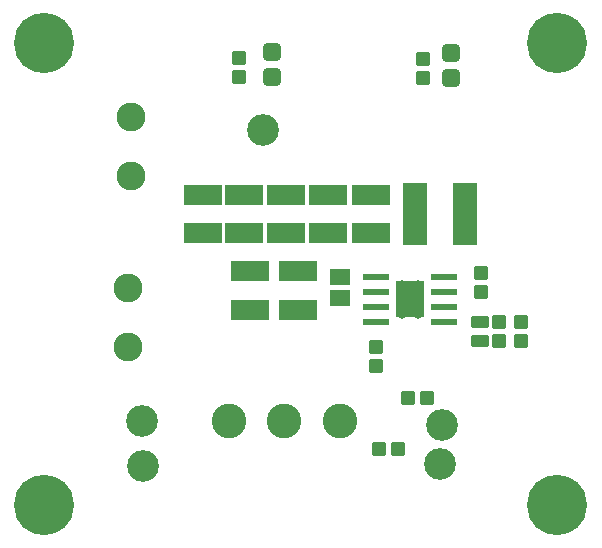
<source format=gts>
G04*
G04 #@! TF.GenerationSoftware,Altium Limited,Altium Designer,21.0.8 (223)*
G04*
G04 Layer_Color=8388736*
%FSLAX25Y25*%
%MOIN*%
G70*
G04*
G04 #@! TF.SameCoordinates,FF87F178-E8DA-4391-A02C-702B807C1C86*
G04*
G04*
G04 #@! TF.FilePolarity,Negative*
G04*
G01*
G75*
%ADD17R,0.09449X0.12205*%
G04:AMPARAMS|DCode=18|XSize=68.9mil|YSize=129.92mil|CornerRadius=7.68mil|HoleSize=0mil|Usage=FLASHONLY|Rotation=270.000|XOffset=0mil|YOffset=0mil|HoleType=Round|Shape=RoundedRectangle|*
%AMROUNDEDRECTD18*
21,1,0.06890,0.11457,0,0,270.0*
21,1,0.05354,0.12992,0,0,270.0*
1,1,0.01535,-0.05728,-0.02677*
1,1,0.01535,-0.05728,0.02677*
1,1,0.01535,0.05728,0.02677*
1,1,0.01535,0.05728,-0.02677*
%
%ADD18ROUNDEDRECTD18*%
G04:AMPARAMS|DCode=19|XSize=57.09mil|YSize=57.09mil|CornerRadius=8.07mil|HoleSize=0mil|Usage=FLASHONLY|Rotation=90.000|XOffset=0mil|YOffset=0mil|HoleType=Round|Shape=RoundedRectangle|*
%AMROUNDEDRECTD19*
21,1,0.05709,0.04095,0,0,90.0*
21,1,0.04095,0.05709,0,0,90.0*
1,1,0.01614,0.02047,0.02047*
1,1,0.01614,0.02047,-0.02047*
1,1,0.01614,-0.02047,-0.02047*
1,1,0.01614,-0.02047,0.02047*
%
%ADD19ROUNDEDRECTD19*%
G04:AMPARAMS|DCode=20|XSize=49.21mil|YSize=45.28mil|CornerRadius=5.91mil|HoleSize=0mil|Usage=FLASHONLY|Rotation=0.000|XOffset=0mil|YOffset=0mil|HoleType=Round|Shape=RoundedRectangle|*
%AMROUNDEDRECTD20*
21,1,0.04921,0.03347,0,0,0.0*
21,1,0.03740,0.04528,0,0,0.0*
1,1,0.01181,0.01870,-0.01673*
1,1,0.01181,-0.01870,-0.01673*
1,1,0.01181,-0.01870,0.01673*
1,1,0.01181,0.01870,0.01673*
%
%ADD20ROUNDEDRECTD20*%
G04:AMPARAMS|DCode=21|XSize=49.21mil|YSize=45.28mil|CornerRadius=6.89mil|HoleSize=0mil|Usage=FLASHONLY|Rotation=0.000|XOffset=0mil|YOffset=0mil|HoleType=Round|Shape=RoundedRectangle|*
%AMROUNDEDRECTD21*
21,1,0.04921,0.03150,0,0,0.0*
21,1,0.03543,0.04528,0,0,0.0*
1,1,0.01378,0.01772,-0.01575*
1,1,0.01378,-0.01772,-0.01575*
1,1,0.01378,-0.01772,0.01575*
1,1,0.01378,0.01772,0.01575*
%
%ADD21ROUNDEDRECTD21*%
%ADD22R,0.08661X0.01968*%
%ADD23R,0.08071X0.20669*%
G04:AMPARAMS|DCode=24|XSize=49.21mil|YSize=45.28mil|CornerRadius=5.91mil|HoleSize=0mil|Usage=FLASHONLY|Rotation=270.000|XOffset=0mil|YOffset=0mil|HoleType=Round|Shape=RoundedRectangle|*
%AMROUNDEDRECTD24*
21,1,0.04921,0.03347,0,0,270.0*
21,1,0.03740,0.04528,0,0,270.0*
1,1,0.01181,-0.01673,-0.01870*
1,1,0.01181,-0.01673,0.01870*
1,1,0.01181,0.01673,0.01870*
1,1,0.01181,0.01673,-0.01870*
%
%ADD24ROUNDEDRECTD24*%
G04:AMPARAMS|DCode=25|XSize=61.02mil|YSize=41.34mil|CornerRadius=5.61mil|HoleSize=0mil|Usage=FLASHONLY|Rotation=180.000|XOffset=0mil|YOffset=0mil|HoleType=Round|Shape=RoundedRectangle|*
%AMROUNDEDRECTD25*
21,1,0.06102,0.03012,0,0,180.0*
21,1,0.04980,0.04134,0,0,180.0*
1,1,0.01122,-0.02490,0.01506*
1,1,0.01122,0.02490,0.01506*
1,1,0.01122,0.02490,-0.01506*
1,1,0.01122,-0.02490,-0.01506*
%
%ADD25ROUNDEDRECTD25*%
G04:AMPARAMS|DCode=26|XSize=55.12mil|YSize=68.9mil|CornerRadius=7.87mil|HoleSize=0mil|Usage=FLASHONLY|Rotation=270.000|XOffset=0mil|YOffset=0mil|HoleType=Round|Shape=RoundedRectangle|*
%AMROUNDEDRECTD26*
21,1,0.05512,0.05315,0,0,270.0*
21,1,0.03937,0.06890,0,0,270.0*
1,1,0.01575,-0.02657,-0.01968*
1,1,0.01575,-0.02657,0.01968*
1,1,0.01575,0.02657,0.01968*
1,1,0.01575,0.02657,-0.01968*
%
%ADD26ROUNDEDRECTD26*%
%ADD27C,0.10591*%
%ADD28C,0.09646*%
%ADD29C,0.20079*%
%ADD30C,0.11516*%
%ADD31C,0.02480*%
D17*
X134319Y81500D02*
D03*
D18*
X97000Y78102D02*
D03*
Y90898D02*
D03*
X81000D02*
D03*
Y78102D02*
D03*
X79000Y116398D02*
D03*
Y103602D02*
D03*
X93000Y116398D02*
D03*
Y103602D02*
D03*
X65500Y116398D02*
D03*
Y103602D02*
D03*
X107000Y116398D02*
D03*
Y103602D02*
D03*
X121500Y116398D02*
D03*
Y103602D02*
D03*
D19*
X148066Y155221D02*
D03*
Y163489D02*
D03*
X88411Y163834D02*
D03*
Y155566D02*
D03*
D20*
X138566Y161521D02*
D03*
Y155221D02*
D03*
X164151Y74000D02*
D03*
Y67701D02*
D03*
X77411Y161865D02*
D03*
Y155566D02*
D03*
D21*
X171196Y67701D02*
D03*
Y74000D02*
D03*
X123000Y59350D02*
D03*
Y65650D02*
D03*
X158000Y90299D02*
D03*
Y84000D02*
D03*
D22*
X123000Y89000D02*
D03*
Y84000D02*
D03*
Y79000D02*
D03*
Y74000D02*
D03*
X145638D02*
D03*
Y79000D02*
D03*
Y84000D02*
D03*
Y89000D02*
D03*
D23*
X136000Y110000D02*
D03*
X152535D02*
D03*
D24*
X124000Y31500D02*
D03*
X130299D02*
D03*
X140000Y48500D02*
D03*
X133701D02*
D03*
D25*
X157696Y67602D02*
D03*
Y74098D02*
D03*
D26*
X111000Y89024D02*
D03*
Y81976D02*
D03*
D27*
X45000Y41000D02*
D03*
X45500Y26000D02*
D03*
X144500Y26500D02*
D03*
X85500Y138000D02*
D03*
X145000Y39500D02*
D03*
D28*
X40500Y85185D02*
D03*
Y65500D02*
D03*
X41500Y142342D02*
D03*
Y122658D02*
D03*
D29*
X183500Y13000D02*
D03*
Y167000D02*
D03*
X12500D02*
D03*
Y13000D02*
D03*
D30*
X111000Y41000D02*
D03*
X73992D02*
D03*
X92496D02*
D03*
D31*
X131760Y86618D02*
D03*
Y81500D02*
D03*
Y76382D02*
D03*
X136878Y86618D02*
D03*
Y81500D02*
D03*
Y76382D02*
D03*
M02*

</source>
